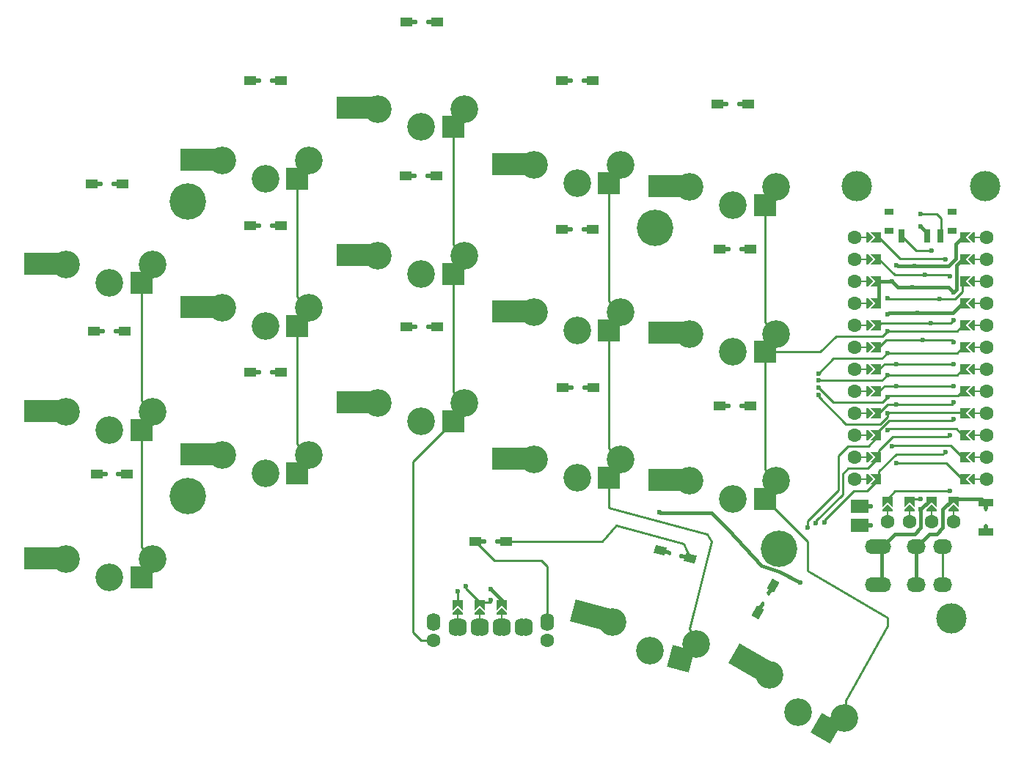
<source format=gbl>
G04 #@! TF.GenerationSoftware,KiCad,Pcbnew,7.0.6*
G04 #@! TF.CreationDate,2023-08-12T13:21:48+01:00*
G04 #@! TF.ProjectId,ferris_sweep,66657272-6973-45f7-9377-6565702e6b69,0.1*
G04 #@! TF.SameCoordinates,Original*
G04 #@! TF.FileFunction,Copper,L2,Bot*
G04 #@! TF.FilePolarity,Positive*
%FSLAX46Y46*%
G04 Gerber Fmt 4.6, Leading zero omitted, Abs format (unit mm)*
G04 Created by KiCad (PCBNEW 7.0.6) date 2023-08-12 13:21:48*
%MOMM*%
%LPD*%
G01*
G04 APERTURE LIST*
G04 Aperture macros list*
%AMRotRect*
0 Rectangle, with rotation*
0 The origin of the aperture is its center*
0 $1 length*
0 $2 width*
0 $3 Rotation angle, in degrees counterclockwise*
0 Add horizontal line*
21,1,$1,$2,0,0,$3*%
%AMFreePoly0*
4,1,13,0.650000,0.228600,1.094000,0.228600,1.129355,0.213955,1.144000,0.178600,1.144000,-0.177000,1.129355,-0.212355,1.094000,-0.227000,0.650000,-0.227000,0.650000,-0.475000,-0.650000,-0.475000,-0.650000,0.475000,0.650000,0.475000,0.650000,0.228600,0.650000,0.228600,$1*%
%AMFreePoly1*
4,1,13,0.650000,-0.475000,-0.650000,-0.475000,-0.650000,-0.229000,-1.094000,-0.229000,-1.129355,-0.214355,-1.144000,-0.179000,-1.144000,0.176600,-1.129355,0.211955,-1.094000,0.226600,-0.650000,0.226600,-0.650000,0.475000,0.650000,0.475000,0.650000,-0.475000,0.650000,-0.475000,$1*%
%AMFreePoly2*
4,1,6,0.600000,0.200000,0.000000,-0.400000,-0.600000,0.200000,-0.600000,0.400000,0.600000,0.400000,0.600000,0.200000,0.600000,0.200000,$1*%
%AMFreePoly3*
4,1,5,0.125000,-0.500000,-0.125000,-0.500000,-0.125000,0.500000,0.125000,0.500000,0.125000,-0.500000,0.125000,-0.500000,$1*%
%AMFreePoly4*
4,1,6,0.600000,-0.250000,-0.600000,-0.250000,-0.600000,1.000000,0.000000,0.400000,0.600000,1.000000,0.600000,-0.250000,0.600000,-0.250000,$1*%
%AMFreePoly5*
4,1,13,0.450000,-0.850000,-0.450000,-0.850000,-0.450000,-0.228600,-0.723200,-0.228600,-0.758555,-0.213955,-0.773200,-0.178600,-0.773200,0.177000,-0.758555,0.212355,-0.723200,0.227000,-0.450000,0.227000,-0.450000,0.850000,0.450000,0.850000,0.450000,-0.850000,0.450000,-0.850000,$1*%
%AMFreePoly6*
4,1,13,0.450000,0.227000,0.723200,0.227000,0.758555,0.212355,0.773200,0.177000,0.773200,-0.178600,0.758555,-0.213955,0.723200,-0.228600,0.450000,-0.228600,0.450000,-0.850000,-0.450000,-0.850000,-0.450000,0.850000,0.450000,0.850000,0.450000,0.227000,0.450000,0.227000,$1*%
%AMFreePoly7*
4,1,13,0.211911,1.370355,0.226556,1.335000,0.226556,1.050000,0.750000,1.050000,0.750000,-1.050000,-0.750000,-1.050000,-0.750000,1.050000,-0.229044,1.050000,-0.229044,1.335000,-0.214399,1.370355,-0.179044,1.385000,0.176556,1.385000,0.211911,1.370355,0.211911,1.370355,$1*%
%AMFreePoly8*
4,1,13,0.211955,1.370355,0.226600,1.335000,0.226600,1.050000,0.750000,1.050000,0.750000,-1.050000,-0.750000,-1.050000,-0.750000,1.050000,-0.229000,1.050000,-0.229000,1.335000,-0.214355,1.370355,-0.179000,1.385000,0.176600,1.385000,0.211955,1.370355,0.211955,1.370355,$1*%
G04 Aperture macros list end*
G04 #@! TA.AperFunction,ComponentPad*
%ADD10C,4.200000*%
G04 #@! TD*
G04 #@! TA.AperFunction,SMDPad,CuDef*
%ADD11FreePoly0,180.000000*%
G04 #@! TD*
G04 #@! TA.AperFunction,ComponentPad*
%ADD12C,0.457200*%
G04 #@! TD*
G04 #@! TA.AperFunction,SMDPad,CuDef*
%ADD13FreePoly1,180.000000*%
G04 #@! TD*
G04 #@! TA.AperFunction,ComponentPad*
%ADD14C,3.200000*%
G04 #@! TD*
G04 #@! TA.AperFunction,SMDPad,CuDef*
%ADD15R,2.600000X2.600000*%
G04 #@! TD*
G04 #@! TA.AperFunction,SMDPad,CuDef*
%ADD16R,4.580000X2.600000*%
G04 #@! TD*
G04 #@! TA.AperFunction,ComponentPad*
%ADD17O,1.600000X2.100000*%
G04 #@! TD*
G04 #@! TA.AperFunction,SMDPad,CuDef*
%ADD18FreePoly2,180.000000*%
G04 #@! TD*
G04 #@! TA.AperFunction,SMDPad,CuDef*
%ADD19FreePoly3,180.000000*%
G04 #@! TD*
G04 #@! TA.AperFunction,SMDPad,CuDef*
%ADD20FreePoly4,180.000000*%
G04 #@! TD*
G04 #@! TA.AperFunction,ComponentPad*
%ADD21C,1.600000*%
G04 #@! TD*
G04 #@! TA.AperFunction,SMDPad,CuDef*
%ADD22RotRect,2.600000X2.600000X240.000000*%
G04 #@! TD*
G04 #@! TA.AperFunction,SMDPad,CuDef*
%ADD23RotRect,2.600000X4.580000X240.000000*%
G04 #@! TD*
G04 #@! TA.AperFunction,SMDPad,CuDef*
%ADD24FreePoly5,270.000000*%
G04 #@! TD*
G04 #@! TA.AperFunction,SMDPad,CuDef*
%ADD25FreePoly6,270.000000*%
G04 #@! TD*
G04 #@! TA.AperFunction,SMDPad,CuDef*
%ADD26R,1.000000X0.800000*%
G04 #@! TD*
G04 #@! TA.AperFunction,SMDPad,CuDef*
%ADD27R,0.700000X1.500000*%
G04 #@! TD*
G04 #@! TA.AperFunction,ComponentPad*
%ADD28C,3.500000*%
G04 #@! TD*
G04 #@! TA.AperFunction,SMDPad,CuDef*
%ADD29FreePoly3,90.000000*%
G04 #@! TD*
G04 #@! TA.AperFunction,SMDPad,CuDef*
%ADD30FreePoly2,90.000000*%
G04 #@! TD*
G04 #@! TA.AperFunction,SMDPad,CuDef*
%ADD31FreePoly2,270.000000*%
G04 #@! TD*
G04 #@! TA.AperFunction,SMDPad,CuDef*
%ADD32FreePoly3,270.000000*%
G04 #@! TD*
G04 #@! TA.AperFunction,SMDPad,CuDef*
%ADD33FreePoly4,90.000000*%
G04 #@! TD*
G04 #@! TA.AperFunction,SMDPad,CuDef*
%ADD34FreePoly4,270.000000*%
G04 #@! TD*
G04 #@! TA.AperFunction,ComponentPad*
%ADD35O,2.200000X1.700000*%
G04 #@! TD*
G04 #@! TA.AperFunction,SMDPad,CuDef*
%ADD36RotRect,2.600000X2.600000X255.000000*%
G04 #@! TD*
G04 #@! TA.AperFunction,SMDPad,CuDef*
%ADD37RotRect,2.600000X4.580000X255.000000*%
G04 #@! TD*
G04 #@! TA.AperFunction,SMDPad,CuDef*
%ADD38FreePoly7,270.000000*%
G04 #@! TD*
G04 #@! TA.AperFunction,SMDPad,CuDef*
%ADD39FreePoly8,270.000000*%
G04 #@! TD*
G04 #@! TA.AperFunction,SMDPad,CuDef*
%ADD40FreePoly0,240.000000*%
G04 #@! TD*
G04 #@! TA.AperFunction,SMDPad,CuDef*
%ADD41FreePoly1,240.000000*%
G04 #@! TD*
G04 #@! TA.AperFunction,SMDPad,CuDef*
%ADD42FreePoly0,165.000000*%
G04 #@! TD*
G04 #@! TA.AperFunction,SMDPad,CuDef*
%ADD43FreePoly1,165.000000*%
G04 #@! TD*
G04 #@! TA.AperFunction,ViaPad*
%ADD44C,0.600000*%
G04 #@! TD*
G04 #@! TA.AperFunction,Conductor*
%ADD45C,0.400000*%
G04 #@! TD*
G04 #@! TA.AperFunction,Conductor*
%ADD46C,0.250000*%
G04 #@! TD*
G04 APERTURE END LIST*
D10*
X134228545Y-86750000D03*
D11*
X109050000Y-63000000D03*
D12*
X107949600Y-63000000D03*
X106600400Y-62999600D03*
D13*
X105500000Y-63000000D03*
D14*
X102229546Y-107039471D03*
X107229546Y-109139471D03*
X112229546Y-107039471D03*
D15*
X110929546Y-109139471D03*
D16*
X99719546Y-106939471D03*
D17*
X111163509Y-132975624D03*
D18*
X111425509Y-131100624D03*
D19*
X111425509Y-131608624D03*
D17*
X111687509Y-132975624D03*
X113703509Y-132975624D03*
D18*
X113965509Y-131100624D03*
D19*
X113965509Y-131608624D03*
D17*
X114227509Y-132975624D03*
X116243509Y-132975624D03*
D18*
X116505509Y-131100624D03*
D19*
X116505509Y-131608624D03*
D17*
X116767509Y-132975624D03*
X118783509Y-132975624D03*
X119307509Y-132975624D03*
D20*
X111425509Y-130084624D03*
X113965509Y-130084624D03*
X116505509Y-130084624D03*
D21*
X108687509Y-134450624D03*
X121783509Y-134450624D03*
D17*
X108687509Y-132350624D03*
X121783509Y-132350624D03*
D10*
X80250000Y-83750000D03*
D11*
X73000000Y-98750000D03*
D12*
X71899600Y-98750000D03*
X70550400Y-98749600D03*
D13*
X69450000Y-98750000D03*
D14*
X147436383Y-138408989D03*
X150716510Y-142727642D03*
X156096637Y-143408989D03*
D22*
X153920804Y-144577642D03*
D23*
X145312659Y-137067386D03*
D24*
X172380034Y-121952819D03*
D12*
X172380034Y-121223219D03*
X172380034Y-119283219D03*
D25*
X172380034Y-118552819D03*
D11*
X72750000Y-81750000D03*
D12*
X71649600Y-81750000D03*
X70300400Y-81749600D03*
D13*
X69200000Y-81750000D03*
D26*
X168540258Y-87100219D03*
X168540258Y-84900219D03*
X161240258Y-87100219D03*
X161240258Y-84900219D03*
D27*
X162640258Y-87750219D03*
X165640258Y-87750219D03*
X167140258Y-87750219D03*
D14*
X66229542Y-125039972D03*
X71229542Y-127139972D03*
X76229542Y-125039972D03*
D15*
X74929542Y-127139972D03*
D16*
X63719542Y-124939972D03*
D11*
X145250000Y-107400000D03*
D12*
X144149600Y-107400000D03*
X142800400Y-107399600D03*
D13*
X141700000Y-107400000D03*
D28*
X172281378Y-81999725D03*
D14*
X120228544Y-96539470D03*
X125228544Y-98639470D03*
X130228544Y-96539470D03*
D15*
X128928544Y-98639470D03*
D16*
X117718544Y-96439470D03*
D11*
X127000000Y-69750000D03*
D12*
X125899600Y-69750000D03*
X124550400Y-69749600D03*
D13*
X123450000Y-69750000D03*
D11*
X109025000Y-80750000D03*
D12*
X107924600Y-80750000D03*
X106575400Y-80749600D03*
D13*
X105475000Y-80750000D03*
D11*
X127000000Y-87000000D03*
D12*
X125899600Y-87000000D03*
X124550400Y-86999600D03*
D13*
X123450000Y-87000000D03*
D28*
X157500056Y-82000182D03*
D11*
X145000000Y-72500000D03*
D12*
X143899600Y-72500000D03*
X142550400Y-72499600D03*
D13*
X141450000Y-72500000D03*
D14*
X138229546Y-99039475D03*
X143229546Y-101139475D03*
X148229546Y-99039475D03*
D15*
X146929546Y-101139475D03*
D16*
X135719546Y-98939475D03*
D21*
X157270259Y-87893222D03*
X157270259Y-90433222D03*
X157270259Y-92973222D03*
X157270259Y-95513222D03*
X157270259Y-98053222D03*
X157270259Y-100593222D03*
X157270259Y-103133222D03*
X157270259Y-105673222D03*
X157270259Y-108213222D03*
X157270259Y-110753222D03*
X157270259Y-113293222D03*
X157270259Y-115833222D03*
D29*
X158540259Y-87893222D03*
X158540259Y-90433222D03*
X158540259Y-92973222D03*
X158540259Y-95513222D03*
X158540259Y-98053222D03*
X158540259Y-100593222D03*
X158540259Y-103133222D03*
X158540259Y-105673222D03*
X158540259Y-108213222D03*
X158540259Y-110753222D03*
X158540259Y-113293222D03*
X158540259Y-115833222D03*
D30*
X159048259Y-87893222D03*
X159048259Y-90433222D03*
X159048259Y-92973222D03*
X159048259Y-95513222D03*
X159048259Y-98053222D03*
X159048259Y-100593222D03*
X159048259Y-103133222D03*
X159048259Y-105673222D03*
X159048259Y-108213222D03*
X159048259Y-110753222D03*
X159048259Y-113293222D03*
X159048259Y-115833222D03*
D31*
X170732259Y-87893222D03*
X170732259Y-90433222D03*
X170732259Y-92973222D03*
X170732259Y-95513222D03*
X170732259Y-98053222D03*
X170732259Y-100593222D03*
X170732259Y-103133222D03*
X170732259Y-105673222D03*
X170732259Y-108213222D03*
X170732259Y-110753222D03*
X170732259Y-113293222D03*
X170732259Y-115833222D03*
D32*
X171240259Y-87893222D03*
X171240259Y-90433222D03*
X171240259Y-92973222D03*
X171240259Y-95513222D03*
X171240259Y-98053222D03*
X171240259Y-100593222D03*
X171240259Y-103133222D03*
X171240259Y-105673222D03*
X171240259Y-108213222D03*
X171240259Y-110753222D03*
X171240259Y-113293222D03*
X171240259Y-115833222D03*
D21*
X172510259Y-87893222D03*
X172510259Y-90433222D03*
X172510259Y-92973222D03*
X172510259Y-95513222D03*
X172510259Y-98053222D03*
X172510259Y-100593222D03*
X172510259Y-103133222D03*
X172510259Y-105673222D03*
X172510259Y-108213222D03*
X172510259Y-110753222D03*
X172510259Y-113293222D03*
X172510259Y-115833222D03*
D33*
X160064259Y-87893222D03*
X160064259Y-90433222D03*
X160064259Y-92973222D03*
X160064259Y-95513222D03*
X160064259Y-98053222D03*
X160064259Y-100593222D03*
X160064259Y-103133222D03*
X160064259Y-105673222D03*
X160064259Y-108213222D03*
X160064259Y-110753222D03*
X160064259Y-113293222D03*
X160064259Y-115833222D03*
D34*
X169716259Y-115833222D03*
X169716259Y-113293222D03*
X169716259Y-110753222D03*
X169716259Y-108213222D03*
X169716259Y-105673222D03*
X169716259Y-103133222D03*
X169716259Y-100593222D03*
X169716259Y-98053222D03*
X169716259Y-95513222D03*
X169716259Y-92973222D03*
X169716259Y-90433222D03*
X169716259Y-87893222D03*
D14*
X66229542Y-91039972D03*
X71229542Y-93139972D03*
X76229542Y-91039972D03*
D15*
X74929542Y-93139972D03*
D16*
X63719542Y-90939972D03*
D11*
X73300000Y-115250000D03*
D12*
X72199600Y-115250000D03*
X70850400Y-115249600D03*
D13*
X69750000Y-115250000D03*
D14*
X84229547Y-113039974D03*
X89229547Y-115139974D03*
X94229547Y-113039974D03*
D15*
X92929547Y-115139974D03*
D16*
X81719547Y-112939974D03*
D35*
X159504707Y-123624920D03*
X159504707Y-128024920D03*
X167404707Y-123624920D03*
X167404707Y-128024920D03*
X164404707Y-123624920D03*
X164404707Y-128024920D03*
X160404707Y-123624920D03*
X160404707Y-128024920D03*
D14*
X102229543Y-73039473D03*
X107229543Y-75139473D03*
X112229543Y-73039473D03*
D15*
X110929543Y-75139473D03*
D16*
X99719543Y-72939473D03*
D14*
X138229546Y-82039472D03*
X143229546Y-84139472D03*
X148229546Y-82039472D03*
D15*
X146929546Y-84139472D03*
D16*
X135719546Y-81939472D03*
D14*
X66229542Y-108039972D03*
X71229542Y-110139972D03*
X76229542Y-108039972D03*
D15*
X74929542Y-110139972D03*
D16*
X63719542Y-107939972D03*
D28*
X168386407Y-131897959D03*
D18*
X161080438Y-119094911D03*
D19*
X161080438Y-119602911D03*
D21*
X161080438Y-120752911D03*
D18*
X163620438Y-119094911D03*
D19*
X163620438Y-119602911D03*
D21*
X163620438Y-120752911D03*
D18*
X166160438Y-119094911D03*
D19*
X166160438Y-119602911D03*
D21*
X166160438Y-120752911D03*
D18*
X168700438Y-119094911D03*
D19*
X168700438Y-119602911D03*
D21*
X168700438Y-120752911D03*
D20*
X161080438Y-118078911D03*
X163620438Y-118078911D03*
X166160438Y-118078911D03*
X168700438Y-118078911D03*
D14*
X120228544Y-113539471D03*
X125228544Y-115639471D03*
X130228544Y-113539471D03*
D15*
X128928544Y-115639471D03*
D16*
X117718544Y-113439471D03*
D11*
X127100400Y-105250000D03*
D12*
X126000000Y-105250000D03*
X124650800Y-105249600D03*
D13*
X123550400Y-105250000D03*
D11*
X117000000Y-123000000D03*
D12*
X115899600Y-123000000D03*
X114550400Y-122999600D03*
D13*
X113450000Y-123000000D03*
D14*
X84229547Y-96039968D03*
X89229547Y-98139968D03*
X94229547Y-96039968D03*
D15*
X92929547Y-98139968D03*
D16*
X81719547Y-95939968D03*
D14*
X120228547Y-79539475D03*
X125228547Y-81639475D03*
X130228547Y-79539475D03*
D15*
X128928547Y-81639475D03*
D16*
X117718547Y-79439475D03*
D11*
X91000000Y-86500000D03*
D12*
X89899600Y-86500000D03*
X88550400Y-86499600D03*
D13*
X87450000Y-86500000D03*
D11*
X91000000Y-103450000D03*
D12*
X89899600Y-103450000D03*
X88550400Y-103449600D03*
D13*
X87450000Y-103450000D03*
D10*
X80250000Y-117750000D03*
D14*
X129315445Y-132315595D03*
X133601555Y-135638134D03*
X138974704Y-134903785D03*
D36*
X137175480Y-136595765D03*
D37*
X126916854Y-131569367D03*
D14*
X102229546Y-90039470D03*
X107229546Y-92139470D03*
X112229546Y-90039470D03*
D15*
X110929546Y-92139470D03*
D16*
X99719546Y-89939470D03*
D11*
X109100400Y-98250000D03*
D12*
X108000000Y-98250000D03*
X106650800Y-98249600D03*
D13*
X105550400Y-98250000D03*
D12*
X159199031Y-118951006D03*
D38*
X157857431Y-118951406D03*
D12*
X159199031Y-121151406D03*
D39*
X157857431Y-121151406D03*
D10*
X148510701Y-123849903D03*
D11*
X91000000Y-69750000D03*
D12*
X89899600Y-69750000D03*
X88550400Y-69749600D03*
D13*
X87450000Y-69750000D03*
D40*
X147875000Y-128125610D03*
D12*
X147324800Y-129078584D03*
X146649854Y-130246826D03*
D41*
X146100000Y-131200000D03*
D42*
X138250000Y-125000000D03*
D12*
X137187096Y-124715195D03*
X135883972Y-124365610D03*
D43*
X134820964Y-124081192D03*
D14*
X138229549Y-116039469D03*
X143229549Y-118139469D03*
X148229549Y-116039469D03*
D15*
X146929549Y-118139469D03*
D16*
X135719549Y-115939469D03*
D11*
X145250000Y-89250000D03*
D12*
X144149600Y-89250000D03*
X142800400Y-89249600D03*
D13*
X141700000Y-89250000D03*
D14*
X84229545Y-79039973D03*
X89229545Y-81139973D03*
X94229545Y-79039973D03*
D15*
X92929545Y-81139973D03*
D16*
X81719545Y-78939973D03*
D44*
X162064260Y-91068224D03*
X164150941Y-91232744D03*
X166170430Y-89423077D03*
X168716265Y-102498220D03*
X162064272Y-102498223D03*
X168716263Y-94243233D03*
X164898752Y-86600040D03*
X115235511Y-128534091D03*
X134700000Y-119625500D03*
X163912790Y-93618485D03*
X151000000Y-127800000D03*
X161564265Y-92973223D03*
X164570972Y-96618710D03*
X164894673Y-119344672D03*
X161064266Y-96783226D03*
X162064271Y-105038229D03*
X168716267Y-105038227D03*
X165390969Y-92248714D03*
X168216268Y-92338225D03*
X161064264Y-94878218D03*
X167094670Y-95005009D03*
X162064272Y-107187407D03*
X168716262Y-106943229D03*
X168716267Y-108848231D03*
X151800000Y-121400000D03*
X153100253Y-104406311D03*
X161064260Y-103768221D03*
X112341002Y-128179582D03*
X167716262Y-112658232D03*
X115235509Y-129804096D03*
X153800000Y-120800000D03*
X168216267Y-110753229D03*
X152800000Y-120900000D03*
X111425513Y-128804094D03*
X167716267Y-90433225D03*
X166017734Y-97803228D03*
X168282448Y-117227242D03*
X168716263Y-97418226D03*
X165118690Y-99768703D03*
X168716269Y-99958226D03*
X164890426Y-118078912D03*
X161064270Y-108213224D03*
X153094568Y-106105432D03*
X153125153Y-105252840D03*
X161064264Y-106308226D03*
X161064260Y-101228225D03*
X153100000Y-103600000D03*
X161064261Y-98688225D03*
X164890260Y-85200221D03*
X162064263Y-113928217D03*
X161564264Y-112023221D03*
X161064265Y-110118221D03*
D45*
X164150941Y-91232744D02*
X162228778Y-91232745D01*
X162228778Y-91232745D02*
X162064260Y-91068224D01*
X168950164Y-88659323D02*
X169716269Y-87893220D01*
X168950158Y-90335064D02*
X168950164Y-88659323D01*
X168052499Y-91232736D02*
X168950158Y-90335064D01*
X168052499Y-91232736D02*
X164150941Y-91232744D01*
D46*
X164321777Y-89423066D02*
X166170430Y-89423077D01*
X162648739Y-87750031D02*
X164321777Y-89423066D01*
X168716265Y-102498220D02*
X160699259Y-102498224D01*
X160699259Y-102498224D02*
X160064263Y-103133227D01*
D45*
X166725535Y-122164156D02*
X167442676Y-121447015D01*
X168700430Y-118078909D02*
X171906123Y-118078909D01*
X161564265Y-92973223D02*
X160064273Y-92973224D01*
X148500000Y-126500000D02*
X146500000Y-125800000D01*
X160064273Y-92973224D02*
X160064273Y-95513235D01*
X169716263Y-90433228D02*
X169015773Y-91133710D01*
X169015782Y-93943716D02*
X168716263Y-94243233D01*
X167442676Y-121447015D02*
X167442670Y-119336672D01*
X146500000Y-125800000D02*
X142700000Y-121700000D01*
X168091523Y-93618482D02*
X168716263Y-94243233D01*
X165648754Y-87750044D02*
X165648747Y-87350034D01*
X116505514Y-129804094D02*
X115235511Y-128534091D01*
X134774500Y-119700000D02*
X134700000Y-119625500D01*
X169015773Y-91133710D02*
X169015782Y-93943716D01*
X165865471Y-122164156D02*
X166725535Y-122164156D01*
X171906123Y-118078909D02*
X172380031Y-118552819D01*
X142700000Y-121700000D02*
X140700000Y-119700000D01*
X164404707Y-123624919D02*
X165865471Y-122164156D01*
X140700000Y-119700000D02*
X134774500Y-119700000D01*
X151000000Y-127800000D02*
X148500000Y-126500000D01*
X161564265Y-92973223D02*
X162209522Y-93618484D01*
X164404706Y-123624915D02*
X164404710Y-128024920D01*
X167442670Y-119336672D02*
X168700430Y-118078909D01*
X165648747Y-87350034D02*
X164898752Y-86600040D01*
X162209522Y-93618484D02*
X168091523Y-93618482D01*
X164185526Y-122164156D02*
X161865471Y-122164156D01*
X169716261Y-95513220D02*
X168610766Y-96618711D01*
X160404711Y-123624923D02*
X160404709Y-128024917D01*
X164570972Y-96618710D02*
X161228784Y-96618709D01*
X161865471Y-122164156D02*
X160404707Y-123624919D01*
X168610766Y-96618711D02*
X164570972Y-96618710D01*
X164894673Y-119344672D02*
X164894674Y-121455008D01*
X164894673Y-119344672D02*
X166160432Y-118078913D01*
X161228784Y-96618709D02*
X161064266Y-96783226D01*
X164894674Y-121455008D02*
X164185526Y-122164156D01*
D46*
X160699268Y-105038228D02*
X160064260Y-105673223D01*
X168716267Y-105038227D02*
X160699268Y-105038228D01*
X167404703Y-123624918D02*
X167404705Y-128024921D01*
X168126753Y-92248714D02*
X165390969Y-92248714D01*
X165390969Y-92248714D02*
X161879758Y-92248719D01*
X161879758Y-92248719D02*
X160064270Y-90433231D01*
X168216268Y-92338225D02*
X168126753Y-92248714D01*
X169716261Y-94129509D02*
X169716261Y-92973220D01*
X161064264Y-94878218D02*
X161153776Y-94967734D01*
X167094670Y-95005009D02*
X168840761Y-95005009D01*
X168840761Y-95005009D02*
X169716261Y-94129509D01*
X167094670Y-95005009D02*
X161194673Y-95005011D01*
X168472080Y-107187414D02*
X168716262Y-106943229D01*
X160064273Y-108213222D02*
X160064267Y-108188616D01*
X161065469Y-107187407D02*
X168472080Y-107187414D01*
X160064267Y-108188616D02*
X161065469Y-107187407D01*
X117000000Y-123000000D02*
X128100000Y-123000000D01*
X155400000Y-113100000D02*
X156500000Y-112000000D01*
X128100000Y-123000000D02*
X129700000Y-121200000D01*
X151800000Y-120700000D02*
X155400000Y-117100000D01*
X158817479Y-112000000D02*
X160064257Y-110753222D01*
X161241876Y-109057418D02*
X168507080Y-109057415D01*
X160064259Y-110235036D02*
X161241876Y-109057418D01*
X155400000Y-117100000D02*
X155400000Y-113100000D01*
X129700000Y-121200000D02*
X137500000Y-123300000D01*
X151800000Y-121200000D02*
X151800000Y-121400000D01*
X160064257Y-110753222D02*
X160064259Y-110235036D01*
X156500000Y-112000000D02*
X158817479Y-112000000D01*
X137500000Y-123300000D02*
X138250000Y-125000000D01*
X168507080Y-109057415D02*
X168716267Y-108848231D01*
X151800000Y-121400000D02*
X151800000Y-120700000D01*
X121070000Y-125220000D02*
X115670000Y-125220000D01*
X115670000Y-125220000D02*
X113450000Y-123000000D01*
X121783512Y-132070094D02*
X121790000Y-132063606D01*
X121790000Y-125940000D02*
X121070000Y-125220000D01*
X121790000Y-132063606D02*
X121790000Y-125940000D01*
X152993689Y-104406311D02*
X152991691Y-104408309D01*
X153100253Y-104406311D02*
X152993689Y-104406311D01*
X110929546Y-105739471D02*
X112229546Y-107039471D01*
X110929543Y-75139473D02*
X110929543Y-88739467D01*
X110929546Y-92139470D02*
X110929546Y-105739471D01*
X153100253Y-104406311D02*
X153102251Y-104408309D01*
X107200624Y-134450624D02*
X108687509Y-134450624D01*
X106250000Y-113819017D02*
X106250000Y-133500000D01*
X160424172Y-104408309D02*
X161064260Y-103768221D01*
X169081269Y-103768224D02*
X169716266Y-103133229D01*
X110929546Y-109139471D02*
X107569017Y-112500000D01*
X161064260Y-103768221D02*
X169081269Y-103768224D01*
X107569017Y-112500000D02*
X106250000Y-113819017D01*
X153102251Y-104408309D02*
X160424172Y-104408309D01*
X110929543Y-88739467D02*
X112229546Y-90039470D01*
X106250000Y-133500000D02*
X107200624Y-134450624D01*
X153800000Y-120800000D02*
X153800000Y-120600000D01*
X153800000Y-120600000D02*
X157191690Y-117208310D01*
X158689170Y-117208310D02*
X160064260Y-115833222D01*
X157191690Y-117208310D02*
X158689170Y-117208310D01*
X160064263Y-115833229D02*
X160064266Y-114903603D01*
X112341002Y-128179582D02*
X112341002Y-128441002D01*
X162040460Y-112927409D02*
X167447083Y-112927410D01*
X160064266Y-114903603D02*
X162040460Y-112927409D01*
X113965509Y-130084624D02*
X115234624Y-130084624D01*
X115235509Y-130083739D02*
X115235509Y-129804096D01*
X167447083Y-112927410D02*
X167716262Y-112658232D01*
X115234624Y-130084624D02*
X115235509Y-130083739D01*
X113965509Y-130065509D02*
X113965509Y-130084624D01*
X112341002Y-128441002D02*
X113965509Y-130065509D01*
X168022074Y-110947412D02*
X168216267Y-110753229D01*
X160064268Y-112498614D02*
X161615468Y-110947415D01*
X152800000Y-120700000D02*
X155900000Y-117600000D01*
X160064263Y-113293226D02*
X160064268Y-112498614D01*
X155900000Y-117600000D02*
X155900000Y-115200000D01*
X152800000Y-120900000D02*
X152800000Y-120700000D01*
X158757476Y-114600000D02*
X160064255Y-113293221D01*
X156500000Y-114600000D02*
X158757476Y-114600000D01*
X161615468Y-110947415D02*
X168022074Y-110947412D01*
X155900000Y-115200000D02*
X156500000Y-114600000D01*
X111425512Y-129804096D02*
X111425513Y-128804094D01*
X162514751Y-90343718D02*
X160064268Y-87893222D01*
X167626753Y-90343706D02*
X162514751Y-90343718D01*
X167716267Y-90433225D02*
X167626753Y-90343706D01*
X168331265Y-97803229D02*
X168716263Y-97418226D01*
X160314263Y-97803222D02*
X168331265Y-97803229D01*
X161934434Y-117224909D02*
X161080435Y-118078907D01*
X161934434Y-117224909D02*
X168280117Y-117224912D01*
X160064259Y-98053227D02*
X160314263Y-97803222D01*
X168716269Y-99958226D02*
X168526738Y-99768703D01*
X164890426Y-118078912D02*
X163620433Y-118078911D01*
X168526738Y-99768703D02*
X160888782Y-99768704D01*
X160888782Y-99768704D02*
X160064259Y-100593224D01*
X74929542Y-123739972D02*
X76229542Y-125039972D01*
X169626750Y-108123711D02*
X169716266Y-108213222D01*
X161064270Y-108213224D02*
X161153781Y-108123709D01*
X153094568Y-106303304D02*
X156269573Y-109478309D01*
X74929542Y-93139972D02*
X74929542Y-106739972D01*
X74929542Y-106739972D02*
X76229542Y-108039972D01*
X74929542Y-110139972D02*
X74929542Y-123739972D01*
X161153781Y-108123709D02*
X169626750Y-108123711D01*
X156269573Y-109478309D02*
X160185265Y-109478309D01*
X160185265Y-109478309D02*
X161064269Y-108599306D01*
X161064269Y-108599306D02*
X161064270Y-108213224D01*
X153094568Y-106105432D02*
X153094568Y-106303304D01*
X92929545Y-81139973D02*
X92929545Y-94739966D01*
X92929547Y-111739974D02*
X94229547Y-113039974D01*
X92929547Y-98139968D02*
X92929547Y-111739974D01*
X161064264Y-106308226D02*
X161153776Y-106218722D01*
X160434179Y-106938307D02*
X161064264Y-106308226D01*
X92929545Y-94739966D02*
X94229547Y-96039968D01*
X161153776Y-106218722D02*
X169170778Y-106218723D01*
X169170778Y-106218723D02*
X169716267Y-105673220D01*
X153125153Y-105252840D02*
X154810620Y-106938307D01*
X154810620Y-106938307D02*
X160434179Y-106938307D01*
X154831689Y-101868311D02*
X160424178Y-101868311D01*
X161064260Y-101228225D02*
X169081262Y-101228228D01*
X138200000Y-133100000D02*
X138974704Y-134903785D01*
X128928544Y-119128544D02*
X140200000Y-122183194D01*
X153100000Y-103600000D02*
X154831689Y-101868311D01*
X140700000Y-123000000D02*
X138200000Y-133100000D01*
X128928547Y-95239473D02*
X130228544Y-96539470D01*
X140200000Y-122183194D02*
X140700000Y-123000000D01*
X160424178Y-101868311D02*
X161064260Y-101228225D01*
X169081262Y-101228228D02*
X169716265Y-100593225D01*
X128928544Y-98639470D02*
X128928544Y-112239471D01*
X128928547Y-81639475D02*
X128928547Y-95239473D01*
X128928544Y-112239471D02*
X130228544Y-113539471D01*
X128928544Y-115639471D02*
X128928544Y-119128544D01*
X169081269Y-98688226D02*
X169716270Y-98053228D01*
X146929546Y-101139475D02*
X146929546Y-114739466D01*
X151800000Y-123009920D02*
X151800000Y-126400000D01*
X146929549Y-118139469D02*
X151800000Y-123009920D01*
X155100000Y-99300000D02*
X153300000Y-101100000D01*
X146929546Y-84139472D02*
X146929546Y-97739475D01*
X153300000Y-101100000D02*
X146969021Y-101100000D01*
X151800000Y-126400000D02*
X161100000Y-131800000D01*
X146929546Y-114739466D02*
X148229549Y-116039469D01*
X161100000Y-132800000D02*
X156200000Y-141400000D01*
X156200000Y-141400000D02*
X156096637Y-143408989D01*
X161100000Y-131800000D02*
X161100000Y-132800000D01*
X148488298Y-99298223D02*
X148329546Y-99139474D01*
X161064261Y-98688225D02*
X160452486Y-99300000D01*
X146929546Y-97739475D02*
X148229546Y-99039475D01*
X160452486Y-99300000D02*
X155100000Y-99300000D01*
X146969021Y-101100000D02*
X146929546Y-101139475D01*
X161064261Y-98688225D02*
X169081269Y-98688226D01*
X164928422Y-85162052D02*
X164890260Y-85200221D01*
X167218776Y-85657035D02*
X166723800Y-85162052D01*
X167218778Y-87671701D02*
X167218776Y-85657035D01*
X167140258Y-87750221D02*
X167218778Y-87671701D01*
X166723800Y-85162052D02*
X164928422Y-85162052D01*
X162064263Y-113928217D02*
X167811269Y-113928223D01*
X167811269Y-113928223D02*
X169716266Y-115833227D01*
X161653782Y-111933720D02*
X168356749Y-111933706D01*
X168356749Y-111933706D02*
X169716264Y-113293224D01*
X161564264Y-112023221D02*
X161653782Y-111933720D01*
X168991749Y-110028712D02*
X169716263Y-110753228D01*
X161064265Y-110118221D02*
X161153775Y-110028706D01*
X161153775Y-110028706D02*
X168991749Y-110028712D01*
M02*

</source>
